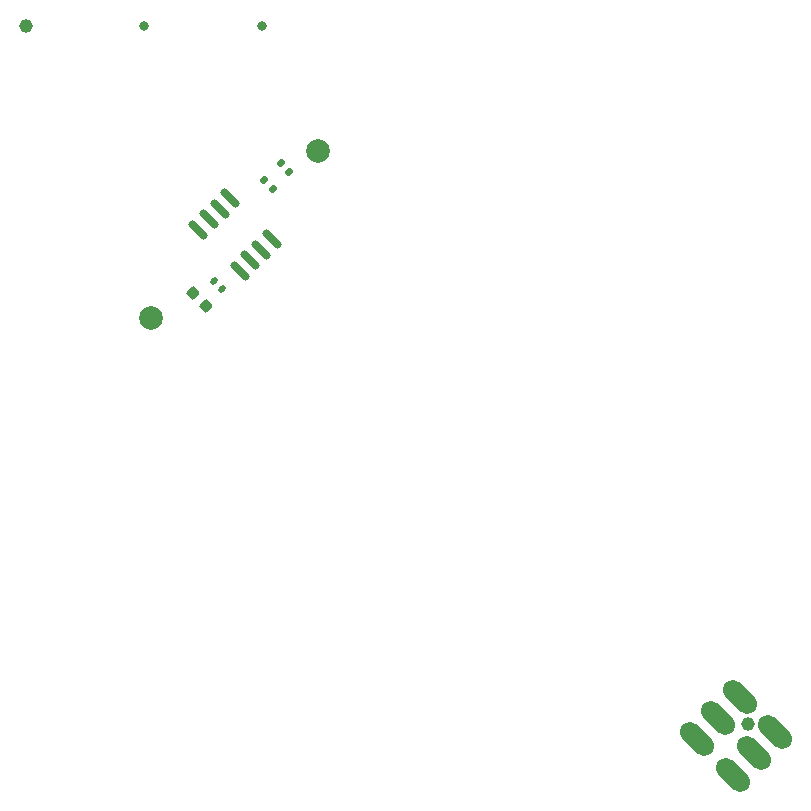
<source format=gbs>
G04 #@! TF.GenerationSoftware,KiCad,Pcbnew,8.0.5-1.fc40*
G04 #@! TF.CreationDate,2024-11-21T05:14:10-08:00*
G04 #@! TF.ProjectId,2024-rfid-sao,32303234-2d72-4666-9964-2d73616f2e6b,rev?*
G04 #@! TF.SameCoordinates,Original*
G04 #@! TF.FileFunction,Soldermask,Bot*
G04 #@! TF.FilePolarity,Negative*
%FSLAX46Y46*%
G04 Gerber Fmt 4.6, Leading zero omitted, Abs format (unit mm)*
G04 Created by KiCad (PCBNEW 8.0.5-1.fc40) date 2024-11-21 05:14:10*
%MOMM*%
%LPD*%
G01*
G04 APERTURE LIST*
G04 Aperture macros list*
%AMRoundRect*
0 Rectangle with rounded corners*
0 $1 Rounding radius*
0 $2 $3 $4 $5 $6 $7 $8 $9 X,Y pos of 4 corners*
0 Add a 4 corners polygon primitive as box body*
4,1,4,$2,$3,$4,$5,$6,$7,$8,$9,$2,$3,0*
0 Add four circle primitives for the rounded corners*
1,1,$1+$1,$2,$3*
1,1,$1+$1,$4,$5*
1,1,$1+$1,$6,$7*
1,1,$1+$1,$8,$9*
0 Add four rect primitives between the rounded corners*
20,1,$1+$1,$2,$3,$4,$5,0*
20,1,$1+$1,$4,$5,$6,$7,0*
20,1,$1+$1,$6,$7,$8,$9,0*
20,1,$1+$1,$8,$9,$2,$3,0*%
%AMHorizOval*
0 Thick line with rounded ends*
0 $1 width*
0 $2 $3 position (X,Y) of the first rounded end (center of the circle)*
0 $4 $5 position (X,Y) of the second rounded end (center of the circle)*
0 Add line between two ends*
20,1,$1,$2,$3,$4,$5,0*
0 Add two circle primitives to create the rounded ends*
1,1,$1,$2,$3*
1,1,$1,$4,$5*%
G04 Aperture macros list end*
%ADD10C,1.152000*%
%ADD11C,0.800000*%
%ADD12RoundRect,0.150000X-0.689429X0.477297X0.477297X-0.689429X0.689429X-0.477297X-0.477297X0.689429X0*%
%ADD13C,2.000000*%
%ADD14RoundRect,0.140000X0.219203X0.021213X0.021213X0.219203X-0.219203X-0.021213X-0.021213X-0.219203X0*%
%ADD15HorizOval,1.700000X0.601041X-0.601041X-0.601041X0.601041X0*%
%ADD16RoundRect,0.135000X-0.226274X-0.035355X-0.035355X-0.226274X0.226274X0.035355X0.035355X0.226274X0*%
%ADD17RoundRect,0.225000X0.335876X0.017678X0.017678X0.335876X-0.335876X-0.017678X-0.017678X-0.335876X0*%
G04 APERTURE END LIST*
D10*
G04 #@! TO.C,REF\u002A\u002A*
X134750000Y-170000000D03*
G04 #@! TD*
D11*
G04 #@! TO.C,L1*
X83660272Y-110910272D03*
X93660272Y-110910272D03*
G04 #@! TD*
D10*
G04 #@! TO.C,REF\u002A\u002A*
X73660272Y-110910272D03*
G04 #@! TD*
D12*
G04 #@! TO.C,U1*
X88240814Y-128184891D03*
X89138840Y-127286866D03*
X90036866Y-126388840D03*
X90934891Y-125490814D03*
X94435070Y-128990993D03*
X93537044Y-129889018D03*
X92639018Y-130787044D03*
X91740993Y-131685070D03*
G04 #@! TD*
D13*
G04 #@! TO.C,TP2*
X98409010Y-121516874D03*
G04 #@! TD*
D14*
G04 #@! TO.C,C2*
X90263139Y-133169994D03*
X89584317Y-132491172D03*
G04 #@! TD*
D15*
G04 #@! TO.C,X1*
X130469231Y-171311334D03*
X133467364Y-174309467D03*
X132265282Y-169515282D03*
X135263416Y-172513416D03*
X134061334Y-167719231D03*
X137059467Y-170717364D03*
G04 #@! TD*
D13*
G04 #@! TO.C,TP1*
X84266874Y-135659010D03*
G04 #@! TD*
D16*
G04 #@! TO.C,R1*
X93805745Y-123984677D03*
X94526993Y-124705925D03*
G04 #@! TD*
G04 #@! TO.C,R2*
X95219959Y-122570464D03*
X95941207Y-123291712D03*
G04 #@! TD*
D17*
G04 #@! TO.C,C1*
X88898424Y-134633705D03*
X87802408Y-133537689D03*
G04 #@! TD*
M02*

</source>
